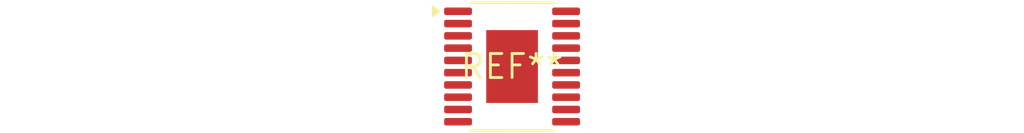
<source format=kicad_pcb>
(kicad_pcb (version 20240108) (generator pcbnew)
  (layers (0 "F.Cu" signal) (31 "B.Cu" signal) (34 "B.Paste" user) (35 "F.Paste" user) (36 "B.SilkS" user "B.Silkscreen") (37 "F.SilkS" user "F.Silkscreen") (38 "B.Mask" user) (39 "F.Mask" user) (44 "Edge.Cuts" user))
  (net 0 "")
  (footprint "HTSSOP-20-1EP_4.4x6.5mm_P0.65mm_EP2.74x3.86mm" (layer "F.Cu") (at 0 0)
    (property "Reference" "REF**")
    (property "Value" "HTSSOP-20-1EP_4.4x6.5mm_P0.65mm_EP2.74x3.86mm")
    (fp_line (start 0 -3.385) (end -2.2 -3.385) (layer "F.SilkS") (stroke (width 0.12)))
    (fp_line (start 0 -3.385) (end 2.2 -3.385) (layer "F.SilkS") (stroke (width 0.12)))
    (fp_line (start 0 3.385) (end -2.2 3.385) (layer "F.SilkS") (stroke (width 0.12)))
    (fp_line (start 0 3.385) (end 2.2 3.385) (layer "F.SilkS") (stroke (width 0.12)))
    (fp_poly (pts (xy -3.86 -2.925) (xy -4.19 -3.165) (xy -4.19 -2.685) (xy -3.86 -2.925)) (layer "F.SilkS") (stroke (width 0.12)) (fill solid))
    (pad "1" smd roundrect (at -2.8625 -2.925) (size 1.475 0.4) (layers "F.Cu" "F.Paste" "F.Mask"))
    (pad "2" smd roundrect (at -2.8625 -2.275) (size 1.475 0.4) (layers "F.Cu" "F.Paste" "F.Mask"))
    (pad "3" smd roundrect (at -2.8625 -1.625) (size 1.475 0.4) (layers "F.Cu" "F.Paste" "F.Mask"))
    (pad "4" smd roundrect (at -2.8625 -0.975) (size 1.475 0.4) (layers "F.Cu" "F.Paste" "F.Mask"))
    (pad "5" smd roundrect (at -2.8625 -0.325) (size 1.475 0.4) (layers "F.Cu" "F.Paste" "F.Mask"))
    (pad "6" smd roundrect (at -2.8625 0.325) (size 1.475 0.4) (layers "F.Cu" "F.Paste" "F.Mask"))
    (pad "7" smd roundrect (at -2.8625 0.975) (size 1.475 0.4) (layers "F.Cu" "F.Paste" "F.Mask"))
    (pad "8" smd roundrect (at -2.8625 1.625) (size 1.475 0.4) (layers "F.Cu" "F.Paste" "F.Mask"))
    (pad "9" smd roundrect (at -2.8625 2.275) (size 1.475 0.4) (layers "F.Cu" "F.Paste" "F.Mask"))
    (pad "10" smd roundrect (at -2.8625 2.925) (size 1.475 0.4) (layers "F.Cu" "F.Paste" "F.Mask"))
    (pad "11" smd roundrect (at 2.8625 2.925) (size 1.475 0.4) (layers "F.Cu" "F.Paste" "F.Mask"))
    (pad "12" smd roundrect (at 2.8625 2.275) (size 1.475 0.4) (layers "F.Cu" "F.Paste" "F.Mask"))
    (pad "13" smd roundrect (at 2.8625 1.625) (size 1.475 0.4) (layers "F.Cu" "F.Paste" "F.Mask"))
    (pad "14" smd roundrect (at 2.8625 0.975) (size 1.475 0.4) (layers "F.Cu" "F.Paste" "F.Mask"))
    (pad "15" smd roundrect (at 2.8625 0.325) (size 1.475 0.4) (layers "F.Cu" "F.Paste" "F.Mask"))
    (pad "16" smd roundrect (at 2.8625 -0.325) (size 1.475 0.4) (layers "F.Cu" "F.Paste" "F.Mask"))
    (pad "17" smd roundrect (at 2.8625 -0.975) (size 1.475 0.4) (layers "F.Cu" "F.Paste" "F.Mask"))
    (pad "18" smd roundrect (at 2.8625 -1.625) (size 1.475 0.4) (layers "F.Cu" "F.Paste" "F.Mask"))
    (pad "19" smd roundrect (at 2.8625 -2.275) (size 1.475 0.4) (layers "F.Cu" "F.Paste" "F.Mask"))
    (pad "20" smd roundrect (at 2.8625 -2.925) (size 1.475 0.4) (layers "F.Cu" "F.Paste" "F.Mask"))
    (pad "21" smd rect (at 0 0) (size 2.74 3.86) (property pad_prop_heatsink) (layers "F.Cu" "F.Mask"))
  )
)
</source>
